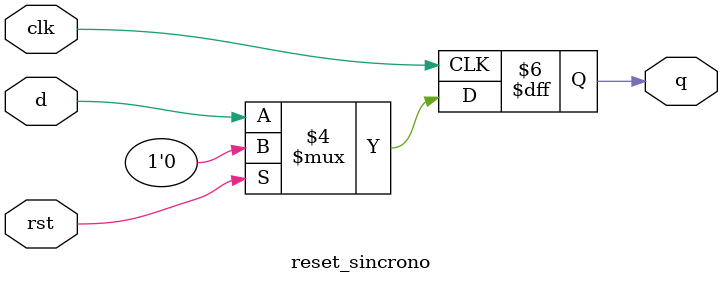
<source format=sv>
module reset_sincrono(input logic d,rst,clk,
                        output logic q);

always_ff @(posedge clk) begin
    if (rst==1'b1) begin
        q<=1'b0;
    end
    else begin
        q<=d;
    end
end                
endmodule
</source>
